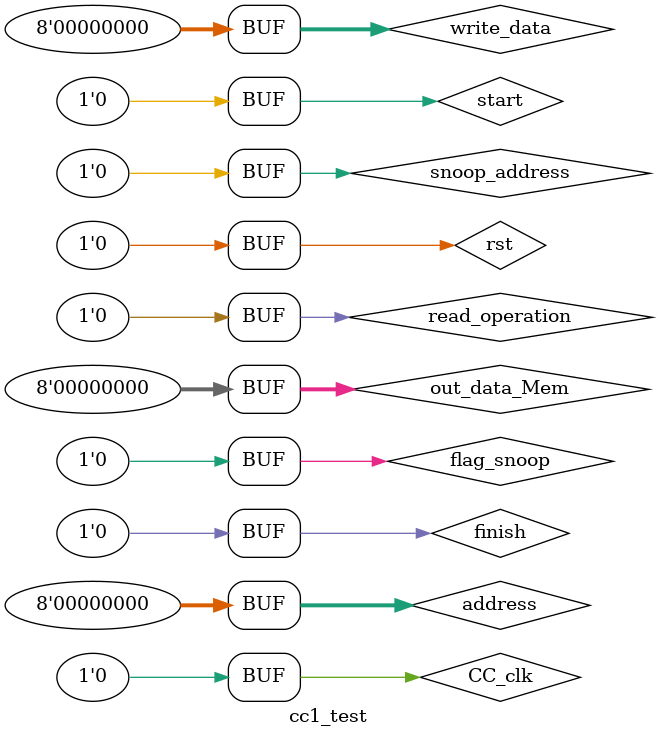
<source format=v>
`timescale 1ns / 1ps


module cc1_test;

	// Inputs
	reg CC_clk;
	reg rst;
	reg [7:0] address;
	reg [7:0] write_data;
	reg start;
	reg read_operation;
	reg [7:0] out_data_Mem;
	reg finish;
	reg flag_snoop;
	reg snoop_address;

	// Outputs
	wire [7:0] read_data;
	wire hit;
	wire bus_access;
	wire cache_busy;
	wire write_opn_to_bus;
	wire [7:0] read_select_Mem;
	wire [7:0] write_select_Mem;
	wire [7:0] write_data_Mem;

	// Instantiate the Unit Under Test (UUT)
	cc_singlebus uut (
		.CC_clk(CC_clk), 
		.rst(rst), 
		.address(address), 
		.read_data(read_data), 
		.write_data(write_data), 
		.start(start), 
		.read_operation(read_operation), 
		.hit(hit), 
		.bus_access(bus_access), 
		.cache_busy(cache_busy), 
		.write_opn_to_bus(write_opn_to_bus), 
		.out_data_Mem(out_data_Mem), 
		.read_select_Mem(read_select_Mem), 
		.write_select_Mem(write_select_Mem), 
		.write_data_Mem(write_data_Mem), 
		.finish(finish), 
		.flag_snoop(flag_snoop), 
		.snoop_address(snoop_address)
	);

	initial begin
		// Initialize Inputs
		CC_clk = 0;
		rst = 0;
		address = 0;
		write_data = 0;
		start = 0;
		read_operation = 0;
		out_data_Mem = 0;
		finish = 0;
		flag_snoop = 0;
		snoop_address = 0;

		// Wait 100 ns for global reset to finish
		#100;
        
		// Add stimulus here

	end
      
endmodule


</source>
